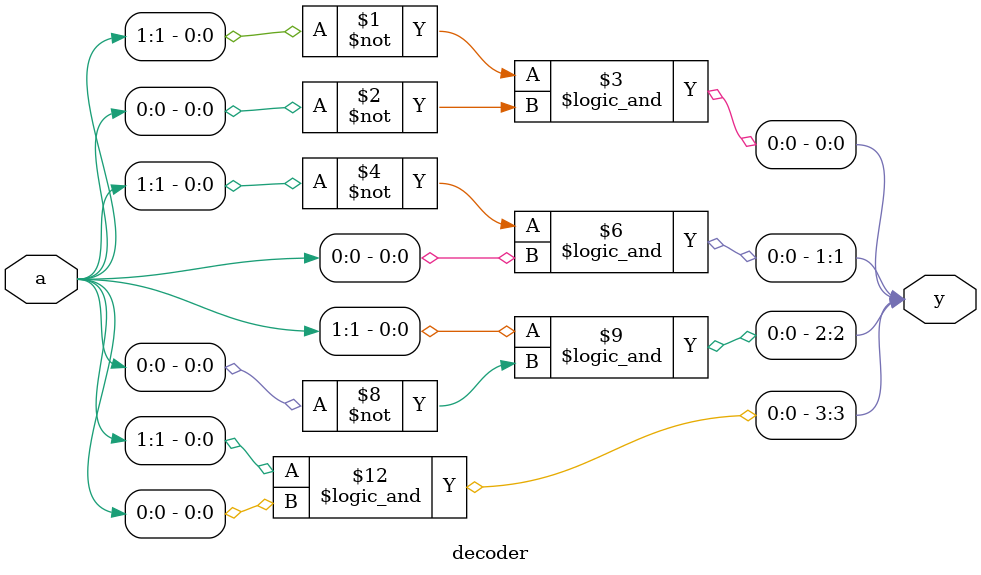
<source format=v>
module decoder(input [1:0]a,
output [3:0]y);

 assign y[0] = (a[1] ==0 && a[0] == 0);
 assign y[1] = (a[1] ==0 && a[0] == 1);
 assign y[2] = (a[1] ==1 && a[0] == 0);
 assign y[3] = (a[1] ==1 && a[0] == 1);
 
endmodule

// = assignment operator
//== logical equality operator
/* a == b
it can return 3 possible values 0,1,x
 whether a is equal to b 
 true : 1  : both the bit values of a and b are equal
 false : 0
 a=4'b1010
 b=4'b101x
 if any is bit is x in any input output will be always x.
 
 */
 
 
 
/*a1 a0 y3y2y1y0
0 0   0001 
0 1   0010
1 0   0100
1 1   1000*/
</source>
